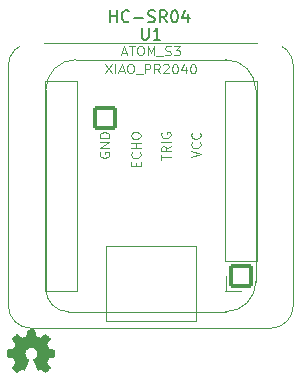
<source format=gto>
G04 #@! TF.GenerationSoftware,KiCad,Pcbnew,7.0.5*
G04 #@! TF.CreationDate,2023-12-03T19:54:15+09:00*
G04 #@! TF.ProjectId,Misawa_DistanceSensor,4d697361-7761-45f4-9469-7374616e6365,v1.0*
G04 #@! TF.SameCoordinates,Original*
G04 #@! TF.FileFunction,Legend,Top*
G04 #@! TF.FilePolarity,Positive*
%FSLAX46Y46*%
G04 Gerber Fmt 4.6, Leading zero omitted, Abs format (unit mm)*
G04 Created by KiCad (PCBNEW 7.0.5) date 2023-12-03 19:54:15*
%MOMM*%
%LPD*%
G01*
G04 APERTURE LIST*
G04 Aperture macros list*
%AMRoundRect*
0 Rectangle with rounded corners*
0 $1 Rounding radius*
0 $2 $3 $4 $5 $6 $7 $8 $9 X,Y pos of 4 corners*
0 Add a 4 corners polygon primitive as box body*
4,1,4,$2,$3,$4,$5,$6,$7,$8,$9,$2,$3,0*
0 Add four circle primitives for the rounded corners*
1,1,$1+$1,$2,$3*
1,1,$1+$1,$4,$5*
1,1,$1+$1,$6,$7*
1,1,$1+$1,$8,$9*
0 Add four rect primitives between the rounded corners*
20,1,$1+$1,$2,$3,$4,$5,0*
20,1,$1+$1,$4,$5,$6,$7,0*
20,1,$1+$1,$6,$7,$8,$9,0*
20,1,$1+$1,$8,$9,$2,$3,0*%
G04 Aperture macros list end*
%ADD10C,0.150000*%
%ADD11C,0.100000*%
%ADD12C,0.002540*%
%ADD13C,0.120000*%
%ADD14C,2.600000*%
%ADD15RoundRect,0.200000X-0.850000X-0.850000X0.850000X-0.850000X0.850000X0.850000X-0.850000X0.850000X0*%
%ADD16O,2.100000X2.100000*%
%ADD17RoundRect,0.200000X-0.850000X0.850000X-0.850000X-0.850000X0.850000X-0.850000X0.850000X0.850000X0*%
G04 APERTURE END LIST*
D10*
X113239667Y-97563819D02*
X113239667Y-96563819D01*
X113239667Y-97040009D02*
X113811095Y-97040009D01*
X113811095Y-97563819D02*
X113811095Y-96563819D01*
X114858714Y-97468580D02*
X114811095Y-97516200D01*
X114811095Y-97516200D02*
X114668238Y-97563819D01*
X114668238Y-97563819D02*
X114573000Y-97563819D01*
X114573000Y-97563819D02*
X114430143Y-97516200D01*
X114430143Y-97516200D02*
X114334905Y-97420961D01*
X114334905Y-97420961D02*
X114287286Y-97325723D01*
X114287286Y-97325723D02*
X114239667Y-97135247D01*
X114239667Y-97135247D02*
X114239667Y-96992390D01*
X114239667Y-96992390D02*
X114287286Y-96801914D01*
X114287286Y-96801914D02*
X114334905Y-96706676D01*
X114334905Y-96706676D02*
X114430143Y-96611438D01*
X114430143Y-96611438D02*
X114573000Y-96563819D01*
X114573000Y-96563819D02*
X114668238Y-96563819D01*
X114668238Y-96563819D02*
X114811095Y-96611438D01*
X114811095Y-96611438D02*
X114858714Y-96659057D01*
X115287286Y-97182866D02*
X116049191Y-97182866D01*
X116477762Y-97516200D02*
X116620619Y-97563819D01*
X116620619Y-97563819D02*
X116858714Y-97563819D01*
X116858714Y-97563819D02*
X116953952Y-97516200D01*
X116953952Y-97516200D02*
X117001571Y-97468580D01*
X117001571Y-97468580D02*
X117049190Y-97373342D01*
X117049190Y-97373342D02*
X117049190Y-97278104D01*
X117049190Y-97278104D02*
X117001571Y-97182866D01*
X117001571Y-97182866D02*
X116953952Y-97135247D01*
X116953952Y-97135247D02*
X116858714Y-97087628D01*
X116858714Y-97087628D02*
X116668238Y-97040009D01*
X116668238Y-97040009D02*
X116573000Y-96992390D01*
X116573000Y-96992390D02*
X116525381Y-96944771D01*
X116525381Y-96944771D02*
X116477762Y-96849533D01*
X116477762Y-96849533D02*
X116477762Y-96754295D01*
X116477762Y-96754295D02*
X116525381Y-96659057D01*
X116525381Y-96659057D02*
X116573000Y-96611438D01*
X116573000Y-96611438D02*
X116668238Y-96563819D01*
X116668238Y-96563819D02*
X116906333Y-96563819D01*
X116906333Y-96563819D02*
X117049190Y-96611438D01*
X118049190Y-97563819D02*
X117715857Y-97087628D01*
X117477762Y-97563819D02*
X117477762Y-96563819D01*
X117477762Y-96563819D02*
X117858714Y-96563819D01*
X117858714Y-96563819D02*
X117953952Y-96611438D01*
X117953952Y-96611438D02*
X118001571Y-96659057D01*
X118001571Y-96659057D02*
X118049190Y-96754295D01*
X118049190Y-96754295D02*
X118049190Y-96897152D01*
X118049190Y-96897152D02*
X118001571Y-96992390D01*
X118001571Y-96992390D02*
X117953952Y-97040009D01*
X117953952Y-97040009D02*
X117858714Y-97087628D01*
X117858714Y-97087628D02*
X117477762Y-97087628D01*
X118668238Y-96563819D02*
X118763476Y-96563819D01*
X118763476Y-96563819D02*
X118858714Y-96611438D01*
X118858714Y-96611438D02*
X118906333Y-96659057D01*
X118906333Y-96659057D02*
X118953952Y-96754295D01*
X118953952Y-96754295D02*
X119001571Y-96944771D01*
X119001571Y-96944771D02*
X119001571Y-97182866D01*
X119001571Y-97182866D02*
X118953952Y-97373342D01*
X118953952Y-97373342D02*
X118906333Y-97468580D01*
X118906333Y-97468580D02*
X118858714Y-97516200D01*
X118858714Y-97516200D02*
X118763476Y-97563819D01*
X118763476Y-97563819D02*
X118668238Y-97563819D01*
X118668238Y-97563819D02*
X118573000Y-97516200D01*
X118573000Y-97516200D02*
X118525381Y-97468580D01*
X118525381Y-97468580D02*
X118477762Y-97373342D01*
X118477762Y-97373342D02*
X118430143Y-97182866D01*
X118430143Y-97182866D02*
X118430143Y-96944771D01*
X118430143Y-96944771D02*
X118477762Y-96754295D01*
X118477762Y-96754295D02*
X118525381Y-96659057D01*
X118525381Y-96659057D02*
X118573000Y-96611438D01*
X118573000Y-96611438D02*
X118668238Y-96563819D01*
X119858714Y-96897152D02*
X119858714Y-97563819D01*
X119620619Y-96516200D02*
X119382524Y-97230485D01*
X119382524Y-97230485D02*
X120001571Y-97230485D01*
D11*
X115415847Y-109756734D02*
X115415847Y-109490068D01*
X115834895Y-109375782D02*
X115834895Y-109756734D01*
X115834895Y-109756734D02*
X115034895Y-109756734D01*
X115034895Y-109756734D02*
X115034895Y-109375782D01*
X115758704Y-108575781D02*
X115796800Y-108613877D01*
X115796800Y-108613877D02*
X115834895Y-108728162D01*
X115834895Y-108728162D02*
X115834895Y-108804353D01*
X115834895Y-108804353D02*
X115796800Y-108918639D01*
X115796800Y-108918639D02*
X115720609Y-108994829D01*
X115720609Y-108994829D02*
X115644419Y-109032924D01*
X115644419Y-109032924D02*
X115492038Y-109071020D01*
X115492038Y-109071020D02*
X115377752Y-109071020D01*
X115377752Y-109071020D02*
X115225371Y-109032924D01*
X115225371Y-109032924D02*
X115149180Y-108994829D01*
X115149180Y-108994829D02*
X115072990Y-108918639D01*
X115072990Y-108918639D02*
X115034895Y-108804353D01*
X115034895Y-108804353D02*
X115034895Y-108728162D01*
X115034895Y-108728162D02*
X115072990Y-108613877D01*
X115072990Y-108613877D02*
X115111085Y-108575781D01*
X115834895Y-108232924D02*
X115034895Y-108232924D01*
X115415847Y-108232924D02*
X115415847Y-107775781D01*
X115834895Y-107775781D02*
X115034895Y-107775781D01*
X115034895Y-107242448D02*
X115034895Y-107090067D01*
X115034895Y-107090067D02*
X115072990Y-107013877D01*
X115072990Y-107013877D02*
X115149180Y-106937686D01*
X115149180Y-106937686D02*
X115301561Y-106899591D01*
X115301561Y-106899591D02*
X115568228Y-106899591D01*
X115568228Y-106899591D02*
X115720609Y-106937686D01*
X115720609Y-106937686D02*
X115796800Y-107013877D01*
X115796800Y-107013877D02*
X115834895Y-107090067D01*
X115834895Y-107090067D02*
X115834895Y-107242448D01*
X115834895Y-107242448D02*
X115796800Y-107318639D01*
X115796800Y-107318639D02*
X115720609Y-107394829D01*
X115720609Y-107394829D02*
X115568228Y-107432925D01*
X115568228Y-107432925D02*
X115301561Y-107432925D01*
X115301561Y-107432925D02*
X115149180Y-107394829D01*
X115149180Y-107394829D02*
X115072990Y-107318639D01*
X115072990Y-107318639D02*
X115034895Y-107242448D01*
X112405990Y-108575687D02*
X112367895Y-108651877D01*
X112367895Y-108651877D02*
X112367895Y-108766163D01*
X112367895Y-108766163D02*
X112405990Y-108880449D01*
X112405990Y-108880449D02*
X112482180Y-108956639D01*
X112482180Y-108956639D02*
X112558371Y-108994734D01*
X112558371Y-108994734D02*
X112710752Y-109032830D01*
X112710752Y-109032830D02*
X112825038Y-109032830D01*
X112825038Y-109032830D02*
X112977419Y-108994734D01*
X112977419Y-108994734D02*
X113053609Y-108956639D01*
X113053609Y-108956639D02*
X113129800Y-108880449D01*
X113129800Y-108880449D02*
X113167895Y-108766163D01*
X113167895Y-108766163D02*
X113167895Y-108689972D01*
X113167895Y-108689972D02*
X113129800Y-108575687D01*
X113129800Y-108575687D02*
X113091704Y-108537591D01*
X113091704Y-108537591D02*
X112825038Y-108537591D01*
X112825038Y-108537591D02*
X112825038Y-108689972D01*
X113167895Y-108194734D02*
X112367895Y-108194734D01*
X112367895Y-108194734D02*
X113167895Y-107737591D01*
X113167895Y-107737591D02*
X112367895Y-107737591D01*
X113167895Y-107356639D02*
X112367895Y-107356639D01*
X112367895Y-107356639D02*
X112367895Y-107166163D01*
X112367895Y-107166163D02*
X112405990Y-107051877D01*
X112405990Y-107051877D02*
X112482180Y-106975687D01*
X112482180Y-106975687D02*
X112558371Y-106937592D01*
X112558371Y-106937592D02*
X112710752Y-106899496D01*
X112710752Y-106899496D02*
X112825038Y-106899496D01*
X112825038Y-106899496D02*
X112977419Y-106937592D01*
X112977419Y-106937592D02*
X113053609Y-106975687D01*
X113053609Y-106975687D02*
X113129800Y-107051877D01*
X113129800Y-107051877D02*
X113167895Y-107166163D01*
X113167895Y-107166163D02*
X113167895Y-107356639D01*
X120114895Y-108982020D02*
X120914895Y-108715353D01*
X120914895Y-108715353D02*
X120114895Y-108448687D01*
X120838704Y-107724877D02*
X120876800Y-107762973D01*
X120876800Y-107762973D02*
X120914895Y-107877258D01*
X120914895Y-107877258D02*
X120914895Y-107953449D01*
X120914895Y-107953449D02*
X120876800Y-108067735D01*
X120876800Y-108067735D02*
X120800609Y-108143925D01*
X120800609Y-108143925D02*
X120724419Y-108182020D01*
X120724419Y-108182020D02*
X120572038Y-108220116D01*
X120572038Y-108220116D02*
X120457752Y-108220116D01*
X120457752Y-108220116D02*
X120305371Y-108182020D01*
X120305371Y-108182020D02*
X120229180Y-108143925D01*
X120229180Y-108143925D02*
X120152990Y-108067735D01*
X120152990Y-108067735D02*
X120114895Y-107953449D01*
X120114895Y-107953449D02*
X120114895Y-107877258D01*
X120114895Y-107877258D02*
X120152990Y-107762973D01*
X120152990Y-107762973D02*
X120191085Y-107724877D01*
X120838704Y-106924877D02*
X120876800Y-106962973D01*
X120876800Y-106962973D02*
X120914895Y-107077258D01*
X120914895Y-107077258D02*
X120914895Y-107153449D01*
X120914895Y-107153449D02*
X120876800Y-107267735D01*
X120876800Y-107267735D02*
X120800609Y-107343925D01*
X120800609Y-107343925D02*
X120724419Y-107382020D01*
X120724419Y-107382020D02*
X120572038Y-107420116D01*
X120572038Y-107420116D02*
X120457752Y-107420116D01*
X120457752Y-107420116D02*
X120305371Y-107382020D01*
X120305371Y-107382020D02*
X120229180Y-107343925D01*
X120229180Y-107343925D02*
X120152990Y-107267735D01*
X120152990Y-107267735D02*
X120114895Y-107153449D01*
X120114895Y-107153449D02*
X120114895Y-107077258D01*
X120114895Y-107077258D02*
X120152990Y-106962973D01*
X120152990Y-106962973D02*
X120191085Y-106924877D01*
X117574895Y-109236020D02*
X117574895Y-108778877D01*
X118374895Y-109007449D02*
X117574895Y-109007449D01*
X118374895Y-108055067D02*
X117993942Y-108321734D01*
X118374895Y-108512210D02*
X117574895Y-108512210D01*
X117574895Y-108512210D02*
X117574895Y-108207448D01*
X117574895Y-108207448D02*
X117612990Y-108131258D01*
X117612990Y-108131258D02*
X117651085Y-108093163D01*
X117651085Y-108093163D02*
X117727276Y-108055067D01*
X117727276Y-108055067D02*
X117841561Y-108055067D01*
X117841561Y-108055067D02*
X117917752Y-108093163D01*
X117917752Y-108093163D02*
X117955847Y-108131258D01*
X117955847Y-108131258D02*
X117993942Y-108207448D01*
X117993942Y-108207448D02*
X117993942Y-108512210D01*
X118374895Y-107712210D02*
X117574895Y-107712210D01*
X117612990Y-106912211D02*
X117574895Y-106988401D01*
X117574895Y-106988401D02*
X117574895Y-107102687D01*
X117574895Y-107102687D02*
X117612990Y-107216973D01*
X117612990Y-107216973D02*
X117689180Y-107293163D01*
X117689180Y-107293163D02*
X117765371Y-107331258D01*
X117765371Y-107331258D02*
X117917752Y-107369354D01*
X117917752Y-107369354D02*
X118032038Y-107369354D01*
X118032038Y-107369354D02*
X118184419Y-107331258D01*
X118184419Y-107331258D02*
X118260609Y-107293163D01*
X118260609Y-107293163D02*
X118336800Y-107216973D01*
X118336800Y-107216973D02*
X118374895Y-107102687D01*
X118374895Y-107102687D02*
X118374895Y-107026496D01*
X118374895Y-107026496D02*
X118336800Y-106912211D01*
X118336800Y-106912211D02*
X118298704Y-106874115D01*
X118298704Y-106874115D02*
X118032038Y-106874115D01*
X118032038Y-106874115D02*
X118032038Y-107026496D01*
D10*
X115938095Y-98037819D02*
X115938095Y-98847342D01*
X115938095Y-98847342D02*
X115985714Y-98942580D01*
X115985714Y-98942580D02*
X116033333Y-98990200D01*
X116033333Y-98990200D02*
X116128571Y-99037819D01*
X116128571Y-99037819D02*
X116319047Y-99037819D01*
X116319047Y-99037819D02*
X116414285Y-98990200D01*
X116414285Y-98990200D02*
X116461904Y-98942580D01*
X116461904Y-98942580D02*
X116509523Y-98847342D01*
X116509523Y-98847342D02*
X116509523Y-98037819D01*
X117509523Y-99037819D02*
X116938095Y-99037819D01*
X117223809Y-99037819D02*
X117223809Y-98037819D01*
X117223809Y-98037819D02*
X117128571Y-98180676D01*
X117128571Y-98180676D02*
X117033333Y-98275914D01*
X117033333Y-98275914D02*
X116938095Y-98323533D01*
D11*
X112852380Y-101108895D02*
X113385714Y-101908895D01*
X113385714Y-101108895D02*
X112852380Y-101908895D01*
X113690476Y-101908895D02*
X113690476Y-101108895D01*
X114033332Y-101680323D02*
X114414285Y-101680323D01*
X113957142Y-101908895D02*
X114223809Y-101108895D01*
X114223809Y-101108895D02*
X114490475Y-101908895D01*
X114909523Y-101108895D02*
X115061904Y-101108895D01*
X115061904Y-101108895D02*
X115138094Y-101146990D01*
X115138094Y-101146990D02*
X115214285Y-101223180D01*
X115214285Y-101223180D02*
X115252380Y-101375561D01*
X115252380Y-101375561D02*
X115252380Y-101642228D01*
X115252380Y-101642228D02*
X115214285Y-101794609D01*
X115214285Y-101794609D02*
X115138094Y-101870800D01*
X115138094Y-101870800D02*
X115061904Y-101908895D01*
X115061904Y-101908895D02*
X114909523Y-101908895D01*
X114909523Y-101908895D02*
X114833332Y-101870800D01*
X114833332Y-101870800D02*
X114757142Y-101794609D01*
X114757142Y-101794609D02*
X114719046Y-101642228D01*
X114719046Y-101642228D02*
X114719046Y-101375561D01*
X114719046Y-101375561D02*
X114757142Y-101223180D01*
X114757142Y-101223180D02*
X114833332Y-101146990D01*
X114833332Y-101146990D02*
X114909523Y-101108895D01*
X115404761Y-101985085D02*
X116014284Y-101985085D01*
X116204761Y-101908895D02*
X116204761Y-101108895D01*
X116204761Y-101108895D02*
X116509523Y-101108895D01*
X116509523Y-101108895D02*
X116585713Y-101146990D01*
X116585713Y-101146990D02*
X116623808Y-101185085D01*
X116623808Y-101185085D02*
X116661904Y-101261276D01*
X116661904Y-101261276D02*
X116661904Y-101375561D01*
X116661904Y-101375561D02*
X116623808Y-101451752D01*
X116623808Y-101451752D02*
X116585713Y-101489847D01*
X116585713Y-101489847D02*
X116509523Y-101527942D01*
X116509523Y-101527942D02*
X116204761Y-101527942D01*
X117461904Y-101908895D02*
X117195237Y-101527942D01*
X117004761Y-101908895D02*
X117004761Y-101108895D01*
X117004761Y-101108895D02*
X117309523Y-101108895D01*
X117309523Y-101108895D02*
X117385713Y-101146990D01*
X117385713Y-101146990D02*
X117423808Y-101185085D01*
X117423808Y-101185085D02*
X117461904Y-101261276D01*
X117461904Y-101261276D02*
X117461904Y-101375561D01*
X117461904Y-101375561D02*
X117423808Y-101451752D01*
X117423808Y-101451752D02*
X117385713Y-101489847D01*
X117385713Y-101489847D02*
X117309523Y-101527942D01*
X117309523Y-101527942D02*
X117004761Y-101527942D01*
X117766665Y-101185085D02*
X117804761Y-101146990D01*
X117804761Y-101146990D02*
X117880951Y-101108895D01*
X117880951Y-101108895D02*
X118071427Y-101108895D01*
X118071427Y-101108895D02*
X118147618Y-101146990D01*
X118147618Y-101146990D02*
X118185713Y-101185085D01*
X118185713Y-101185085D02*
X118223808Y-101261276D01*
X118223808Y-101261276D02*
X118223808Y-101337466D01*
X118223808Y-101337466D02*
X118185713Y-101451752D01*
X118185713Y-101451752D02*
X117728570Y-101908895D01*
X117728570Y-101908895D02*
X118223808Y-101908895D01*
X118719047Y-101108895D02*
X118795237Y-101108895D01*
X118795237Y-101108895D02*
X118871428Y-101146990D01*
X118871428Y-101146990D02*
X118909523Y-101185085D01*
X118909523Y-101185085D02*
X118947618Y-101261276D01*
X118947618Y-101261276D02*
X118985713Y-101413657D01*
X118985713Y-101413657D02*
X118985713Y-101604133D01*
X118985713Y-101604133D02*
X118947618Y-101756514D01*
X118947618Y-101756514D02*
X118909523Y-101832704D01*
X118909523Y-101832704D02*
X118871428Y-101870800D01*
X118871428Y-101870800D02*
X118795237Y-101908895D01*
X118795237Y-101908895D02*
X118719047Y-101908895D01*
X118719047Y-101908895D02*
X118642856Y-101870800D01*
X118642856Y-101870800D02*
X118604761Y-101832704D01*
X118604761Y-101832704D02*
X118566666Y-101756514D01*
X118566666Y-101756514D02*
X118528570Y-101604133D01*
X118528570Y-101604133D02*
X118528570Y-101413657D01*
X118528570Y-101413657D02*
X118566666Y-101261276D01*
X118566666Y-101261276D02*
X118604761Y-101185085D01*
X118604761Y-101185085D02*
X118642856Y-101146990D01*
X118642856Y-101146990D02*
X118719047Y-101108895D01*
X119671428Y-101375561D02*
X119671428Y-101908895D01*
X119480952Y-101070800D02*
X119290475Y-101642228D01*
X119290475Y-101642228D02*
X119785714Y-101642228D01*
X120242857Y-101108895D02*
X120319047Y-101108895D01*
X120319047Y-101108895D02*
X120395238Y-101146990D01*
X120395238Y-101146990D02*
X120433333Y-101185085D01*
X120433333Y-101185085D02*
X120471428Y-101261276D01*
X120471428Y-101261276D02*
X120509523Y-101413657D01*
X120509523Y-101413657D02*
X120509523Y-101604133D01*
X120509523Y-101604133D02*
X120471428Y-101756514D01*
X120471428Y-101756514D02*
X120433333Y-101832704D01*
X120433333Y-101832704D02*
X120395238Y-101870800D01*
X120395238Y-101870800D02*
X120319047Y-101908895D01*
X120319047Y-101908895D02*
X120242857Y-101908895D01*
X120242857Y-101908895D02*
X120166666Y-101870800D01*
X120166666Y-101870800D02*
X120128571Y-101832704D01*
X120128571Y-101832704D02*
X120090476Y-101756514D01*
X120090476Y-101756514D02*
X120052380Y-101604133D01*
X120052380Y-101604133D02*
X120052380Y-101413657D01*
X120052380Y-101413657D02*
X120090476Y-101261276D01*
X120090476Y-101261276D02*
X120128571Y-101185085D01*
X120128571Y-101185085D02*
X120166666Y-101146990D01*
X120166666Y-101146990D02*
X120242857Y-101108895D01*
X114261904Y-100156323D02*
X114642857Y-100156323D01*
X114185714Y-100384895D02*
X114452381Y-99584895D01*
X114452381Y-99584895D02*
X114719047Y-100384895D01*
X114871428Y-99584895D02*
X115328571Y-99584895D01*
X115099999Y-100384895D02*
X115099999Y-99584895D01*
X115747619Y-99584895D02*
X115900000Y-99584895D01*
X115900000Y-99584895D02*
X115976190Y-99622990D01*
X115976190Y-99622990D02*
X116052381Y-99699180D01*
X116052381Y-99699180D02*
X116090476Y-99851561D01*
X116090476Y-99851561D02*
X116090476Y-100118228D01*
X116090476Y-100118228D02*
X116052381Y-100270609D01*
X116052381Y-100270609D02*
X115976190Y-100346800D01*
X115976190Y-100346800D02*
X115900000Y-100384895D01*
X115900000Y-100384895D02*
X115747619Y-100384895D01*
X115747619Y-100384895D02*
X115671428Y-100346800D01*
X115671428Y-100346800D02*
X115595238Y-100270609D01*
X115595238Y-100270609D02*
X115557142Y-100118228D01*
X115557142Y-100118228D02*
X115557142Y-99851561D01*
X115557142Y-99851561D02*
X115595238Y-99699180D01*
X115595238Y-99699180D02*
X115671428Y-99622990D01*
X115671428Y-99622990D02*
X115747619Y-99584895D01*
X116433333Y-100384895D02*
X116433333Y-99584895D01*
X116433333Y-99584895D02*
X116699999Y-100156323D01*
X116699999Y-100156323D02*
X116966666Y-99584895D01*
X116966666Y-99584895D02*
X116966666Y-100384895D01*
X117157143Y-100461085D02*
X117766666Y-100461085D01*
X117919047Y-100346800D02*
X118033333Y-100384895D01*
X118033333Y-100384895D02*
X118223809Y-100384895D01*
X118223809Y-100384895D02*
X118300000Y-100346800D01*
X118300000Y-100346800D02*
X118338095Y-100308704D01*
X118338095Y-100308704D02*
X118376190Y-100232514D01*
X118376190Y-100232514D02*
X118376190Y-100156323D01*
X118376190Y-100156323D02*
X118338095Y-100080133D01*
X118338095Y-100080133D02*
X118300000Y-100042038D01*
X118300000Y-100042038D02*
X118223809Y-100003942D01*
X118223809Y-100003942D02*
X118071428Y-99965847D01*
X118071428Y-99965847D02*
X117995238Y-99927752D01*
X117995238Y-99927752D02*
X117957143Y-99889657D01*
X117957143Y-99889657D02*
X117919047Y-99813466D01*
X117919047Y-99813466D02*
X117919047Y-99737276D01*
X117919047Y-99737276D02*
X117957143Y-99661085D01*
X117957143Y-99661085D02*
X117995238Y-99622990D01*
X117995238Y-99622990D02*
X118071428Y-99584895D01*
X118071428Y-99584895D02*
X118261905Y-99584895D01*
X118261905Y-99584895D02*
X118376190Y-99622990D01*
X118642857Y-99584895D02*
X119138095Y-99584895D01*
X119138095Y-99584895D02*
X118871429Y-99889657D01*
X118871429Y-99889657D02*
X118985714Y-99889657D01*
X118985714Y-99889657D02*
X119061905Y-99927752D01*
X119061905Y-99927752D02*
X119100000Y-99965847D01*
X119100000Y-99965847D02*
X119138095Y-100042038D01*
X119138095Y-100042038D02*
X119138095Y-100232514D01*
X119138095Y-100232514D02*
X119100000Y-100308704D01*
X119100000Y-100308704D02*
X119061905Y-100346800D01*
X119061905Y-100346800D02*
X118985714Y-100384895D01*
X118985714Y-100384895D02*
X118757143Y-100384895D01*
X118757143Y-100384895D02*
X118680952Y-100346800D01*
X118680952Y-100346800D02*
X118642857Y-100308704D01*
D12*
X106755900Y-123586760D02*
X106804160Y-123589300D01*
X106816860Y-123591840D01*
X106821940Y-123614700D01*
X106834640Y-123670580D01*
X106849880Y-123749320D01*
X106867660Y-123843300D01*
X106870200Y-123858540D01*
X106887980Y-123957600D01*
X106905760Y-124038880D01*
X106918460Y-124099840D01*
X106928620Y-124127780D01*
X106928620Y-124130320D01*
X106951480Y-124143020D01*
X107002280Y-124165880D01*
X107070860Y-124193820D01*
X107144520Y-124224300D01*
X107213100Y-124252240D01*
X107271520Y-124270020D01*
X107302000Y-124280180D01*
X107307080Y-124280180D01*
X107327400Y-124267480D01*
X107375660Y-124237000D01*
X107441700Y-124191280D01*
X107520440Y-124137940D01*
X107525520Y-124132860D01*
X107606800Y-124079520D01*
X107675380Y-124031260D01*
X107726180Y-123998240D01*
X107751580Y-123985540D01*
X107751580Y-123983000D01*
X107766820Y-123990620D01*
X107802380Y-124016020D01*
X107855720Y-124066820D01*
X107931920Y-124143020D01*
X107954780Y-124163340D01*
X108025900Y-124234460D01*
X108084320Y-124295420D01*
X108124960Y-124341140D01*
X108142740Y-124364000D01*
X108142740Y-124366540D01*
X108132580Y-124386860D01*
X108102100Y-124435120D01*
X108058920Y-124503700D01*
X108003040Y-124582440D01*
X108000500Y-124590060D01*
X107944620Y-124671340D01*
X107898900Y-124737380D01*
X107865880Y-124788180D01*
X107850640Y-124811040D01*
X107855720Y-124833900D01*
X107873500Y-124882160D01*
X107901440Y-124950740D01*
X107931920Y-125024400D01*
X107962400Y-125095520D01*
X107990340Y-125153940D01*
X108010660Y-125192040D01*
X108015740Y-125197120D01*
X108038600Y-125204740D01*
X108094480Y-125217440D01*
X108173220Y-125235220D01*
X108267200Y-125253000D01*
X108272280Y-125253000D01*
X108368800Y-125270780D01*
X108447540Y-125288560D01*
X108503420Y-125298720D01*
X108528820Y-125306340D01*
X108533900Y-125326660D01*
X108536440Y-125380000D01*
X108536440Y-125463820D01*
X108538980Y-125570500D01*
X108538980Y-125580660D01*
X108538980Y-125692420D01*
X108536440Y-125768620D01*
X108536440Y-125816880D01*
X108531360Y-125842280D01*
X108526280Y-125854980D01*
X108521200Y-125860060D01*
X108495800Y-125865140D01*
X108437380Y-125875300D01*
X108358640Y-125890540D01*
X108269740Y-125908320D01*
X108178300Y-125923560D01*
X108099560Y-125941340D01*
X108046220Y-125954040D01*
X108025900Y-125961660D01*
X108013200Y-125984520D01*
X107990340Y-126035320D01*
X107959860Y-126108980D01*
X107937000Y-126167400D01*
X107858260Y-126362980D01*
X108000500Y-126571260D01*
X108053840Y-126650000D01*
X108099560Y-126718580D01*
X108130040Y-126766840D01*
X108142740Y-126792240D01*
X108130040Y-126810020D01*
X108091940Y-126850660D01*
X108036060Y-126909080D01*
X107967480Y-126980200D01*
X107954780Y-126992900D01*
X107873500Y-127074180D01*
X107815080Y-127130060D01*
X107774440Y-127160540D01*
X107754120Y-127173240D01*
X107751580Y-127173240D01*
X107726180Y-127160540D01*
X107677920Y-127130060D01*
X107609340Y-127084340D01*
X107535680Y-127033540D01*
X107459480Y-126982740D01*
X107395980Y-126939560D01*
X107352800Y-126911620D01*
X107335020Y-126901460D01*
X107314700Y-126909080D01*
X107268980Y-126931940D01*
X107228340Y-126952260D01*
X107167380Y-126980200D01*
X107134360Y-126992900D01*
X107119120Y-126990360D01*
X107108960Y-126967500D01*
X107083560Y-126914160D01*
X107050540Y-126832880D01*
X107007360Y-126731280D01*
X106956560Y-126614440D01*
X106928620Y-126545860D01*
X106750820Y-126114060D01*
X106776220Y-126093740D01*
X106806700Y-126070880D01*
X106854960Y-126035320D01*
X106867660Y-126025160D01*
X106971800Y-125926100D01*
X107045460Y-125806720D01*
X107086100Y-125672100D01*
X107091180Y-125529860D01*
X107088640Y-125499380D01*
X107048000Y-125372380D01*
X106979420Y-125253000D01*
X106931160Y-125194580D01*
X106811780Y-125105680D01*
X106679700Y-125052340D01*
X106540000Y-125037100D01*
X106395220Y-125054880D01*
X106265680Y-125110760D01*
X106153920Y-125197120D01*
X106062480Y-125316500D01*
X106009140Y-125446040D01*
X105993900Y-125580660D01*
X106011680Y-125727980D01*
X106070100Y-125860060D01*
X106161540Y-125976900D01*
X106258060Y-126055640D01*
X106301240Y-126088660D01*
X106326640Y-126111520D01*
X106329180Y-126116600D01*
X106321560Y-126139460D01*
X106301240Y-126195340D01*
X106268220Y-126271540D01*
X106230120Y-126368060D01*
X106184400Y-126474740D01*
X106138680Y-126586500D01*
X106092960Y-126695720D01*
X106049780Y-126797320D01*
X106011680Y-126883680D01*
X105983740Y-126949720D01*
X105963420Y-126987820D01*
X105960880Y-126995440D01*
X105935480Y-126990360D01*
X105884680Y-126967500D01*
X105854200Y-126952260D01*
X105798320Y-126924320D01*
X105760220Y-126904000D01*
X105750060Y-126901460D01*
X105732280Y-126911620D01*
X105686560Y-126942100D01*
X105620520Y-126985280D01*
X105541780Y-127038620D01*
X105463040Y-127091960D01*
X105397000Y-127135140D01*
X105348740Y-127165620D01*
X105328420Y-127175780D01*
X105310640Y-127163080D01*
X105270000Y-127124980D01*
X105209040Y-127071640D01*
X105140460Y-127003060D01*
X105125220Y-126990360D01*
X105036320Y-126901460D01*
X104977900Y-126840500D01*
X104947420Y-126802400D01*
X104939800Y-126787160D01*
X104952500Y-126766840D01*
X104985520Y-126718580D01*
X105028700Y-126650000D01*
X105084580Y-126571260D01*
X105137920Y-126492520D01*
X105181100Y-126426480D01*
X105211580Y-126380760D01*
X105221740Y-126360440D01*
X105214120Y-126332500D01*
X105193800Y-126279160D01*
X105165860Y-126208040D01*
X105135380Y-126134380D01*
X105104900Y-126060720D01*
X105076960Y-125999760D01*
X105056640Y-125961660D01*
X105049020Y-125951500D01*
X105023620Y-125946420D01*
X104967740Y-125936260D01*
X104889000Y-125921020D01*
X104810260Y-125905780D01*
X104718820Y-125888000D01*
X104640080Y-125872760D01*
X104586740Y-125862600D01*
X104563880Y-125854980D01*
X104541020Y-125844820D01*
X104546100Y-125306340D01*
X104693420Y-125275860D01*
X104787400Y-125258080D01*
X104886460Y-125240300D01*
X104957580Y-125225060D01*
X105074420Y-125204740D01*
X105153160Y-125026940D01*
X105186180Y-124948200D01*
X105211580Y-124879620D01*
X105229360Y-124836440D01*
X105231900Y-124826280D01*
X105219200Y-124798340D01*
X105188720Y-124745000D01*
X105140460Y-124671340D01*
X105094740Y-124602760D01*
X105038860Y-124524020D01*
X104993140Y-124455440D01*
X104960120Y-124407180D01*
X104947420Y-124384320D01*
X104944880Y-124374160D01*
X104952500Y-124356380D01*
X104972820Y-124328440D01*
X105013460Y-124287800D01*
X105074420Y-124224300D01*
X105127760Y-124170960D01*
X105196340Y-124102380D01*
X105257300Y-124041420D01*
X105303020Y-124000780D01*
X105325880Y-123980460D01*
X105346200Y-123990620D01*
X105391920Y-124021100D01*
X105457960Y-124064280D01*
X105539240Y-124120160D01*
X105559560Y-124132860D01*
X105783080Y-124287800D01*
X105965960Y-124214140D01*
X106047240Y-124181120D01*
X106110740Y-124155720D01*
X106148840Y-124137940D01*
X106156460Y-124132860D01*
X106164080Y-124112540D01*
X106174240Y-124059200D01*
X106192020Y-123980460D01*
X106209800Y-123886480D01*
X106212340Y-123868700D01*
X106230120Y-123769640D01*
X106247900Y-123688360D01*
X106260600Y-123627400D01*
X106268220Y-123599460D01*
X106270760Y-123596920D01*
X106293620Y-123591840D01*
X106346960Y-123589300D01*
X106423160Y-123586760D01*
X106509520Y-123584220D01*
X106598420Y-123584220D01*
X106684780Y-123584220D01*
X106755900Y-123586760D01*
G36*
X106755900Y-123586760D02*
G01*
X106804160Y-123589300D01*
X106816860Y-123591840D01*
X106821940Y-123614700D01*
X106834640Y-123670580D01*
X106849880Y-123749320D01*
X106867660Y-123843300D01*
X106870200Y-123858540D01*
X106887980Y-123957600D01*
X106905760Y-124038880D01*
X106918460Y-124099840D01*
X106928620Y-124127780D01*
X106928620Y-124130320D01*
X106951480Y-124143020D01*
X107002280Y-124165880D01*
X107070860Y-124193820D01*
X107144520Y-124224300D01*
X107213100Y-124252240D01*
X107271520Y-124270020D01*
X107302000Y-124280180D01*
X107307080Y-124280180D01*
X107327400Y-124267480D01*
X107375660Y-124237000D01*
X107441700Y-124191280D01*
X107520440Y-124137940D01*
X107525520Y-124132860D01*
X107606800Y-124079520D01*
X107675380Y-124031260D01*
X107726180Y-123998240D01*
X107751580Y-123985540D01*
X107751580Y-123983000D01*
X107766820Y-123990620D01*
X107802380Y-124016020D01*
X107855720Y-124066820D01*
X107931920Y-124143020D01*
X107954780Y-124163340D01*
X108025900Y-124234460D01*
X108084320Y-124295420D01*
X108124960Y-124341140D01*
X108142740Y-124364000D01*
X108142740Y-124366540D01*
X108132580Y-124386860D01*
X108102100Y-124435120D01*
X108058920Y-124503700D01*
X108003040Y-124582440D01*
X108000500Y-124590060D01*
X107944620Y-124671340D01*
X107898900Y-124737380D01*
X107865880Y-124788180D01*
X107850640Y-124811040D01*
X107855720Y-124833900D01*
X107873500Y-124882160D01*
X107901440Y-124950740D01*
X107931920Y-125024400D01*
X107962400Y-125095520D01*
X107990340Y-125153940D01*
X108010660Y-125192040D01*
X108015740Y-125197120D01*
X108038600Y-125204740D01*
X108094480Y-125217440D01*
X108173220Y-125235220D01*
X108267200Y-125253000D01*
X108272280Y-125253000D01*
X108368800Y-125270780D01*
X108447540Y-125288560D01*
X108503420Y-125298720D01*
X108528820Y-125306340D01*
X108533900Y-125326660D01*
X108536440Y-125380000D01*
X108536440Y-125463820D01*
X108538980Y-125570500D01*
X108538980Y-125580660D01*
X108538980Y-125692420D01*
X108536440Y-125768620D01*
X108536440Y-125816880D01*
X108531360Y-125842280D01*
X108526280Y-125854980D01*
X108521200Y-125860060D01*
X108495800Y-125865140D01*
X108437380Y-125875300D01*
X108358640Y-125890540D01*
X108269740Y-125908320D01*
X108178300Y-125923560D01*
X108099560Y-125941340D01*
X108046220Y-125954040D01*
X108025900Y-125961660D01*
X108013200Y-125984520D01*
X107990340Y-126035320D01*
X107959860Y-126108980D01*
X107937000Y-126167400D01*
X107858260Y-126362980D01*
X108000500Y-126571260D01*
X108053840Y-126650000D01*
X108099560Y-126718580D01*
X108130040Y-126766840D01*
X108142740Y-126792240D01*
X108130040Y-126810020D01*
X108091940Y-126850660D01*
X108036060Y-126909080D01*
X107967480Y-126980200D01*
X107954780Y-126992900D01*
X107873500Y-127074180D01*
X107815080Y-127130060D01*
X107774440Y-127160540D01*
X107754120Y-127173240D01*
X107751580Y-127173240D01*
X107726180Y-127160540D01*
X107677920Y-127130060D01*
X107609340Y-127084340D01*
X107535680Y-127033540D01*
X107459480Y-126982740D01*
X107395980Y-126939560D01*
X107352800Y-126911620D01*
X107335020Y-126901460D01*
X107314700Y-126909080D01*
X107268980Y-126931940D01*
X107228340Y-126952260D01*
X107167380Y-126980200D01*
X107134360Y-126992900D01*
X107119120Y-126990360D01*
X107108960Y-126967500D01*
X107083560Y-126914160D01*
X107050540Y-126832880D01*
X107007360Y-126731280D01*
X106956560Y-126614440D01*
X106928620Y-126545860D01*
X106750820Y-126114060D01*
X106776220Y-126093740D01*
X106806700Y-126070880D01*
X106854960Y-126035320D01*
X106867660Y-126025160D01*
X106971800Y-125926100D01*
X107045460Y-125806720D01*
X107086100Y-125672100D01*
X107091180Y-125529860D01*
X107088640Y-125499380D01*
X107048000Y-125372380D01*
X106979420Y-125253000D01*
X106931160Y-125194580D01*
X106811780Y-125105680D01*
X106679700Y-125052340D01*
X106540000Y-125037100D01*
X106395220Y-125054880D01*
X106265680Y-125110760D01*
X106153920Y-125197120D01*
X106062480Y-125316500D01*
X106009140Y-125446040D01*
X105993900Y-125580660D01*
X106011680Y-125727980D01*
X106070100Y-125860060D01*
X106161540Y-125976900D01*
X106258060Y-126055640D01*
X106301240Y-126088660D01*
X106326640Y-126111520D01*
X106329180Y-126116600D01*
X106321560Y-126139460D01*
X106301240Y-126195340D01*
X106268220Y-126271540D01*
X106230120Y-126368060D01*
X106184400Y-126474740D01*
X106138680Y-126586500D01*
X106092960Y-126695720D01*
X106049780Y-126797320D01*
X106011680Y-126883680D01*
X105983740Y-126949720D01*
X105963420Y-126987820D01*
X105960880Y-126995440D01*
X105935480Y-126990360D01*
X105884680Y-126967500D01*
X105854200Y-126952260D01*
X105798320Y-126924320D01*
X105760220Y-126904000D01*
X105750060Y-126901460D01*
X105732280Y-126911620D01*
X105686560Y-126942100D01*
X105620520Y-126985280D01*
X105541780Y-127038620D01*
X105463040Y-127091960D01*
X105397000Y-127135140D01*
X105348740Y-127165620D01*
X105328420Y-127175780D01*
X105310640Y-127163080D01*
X105270000Y-127124980D01*
X105209040Y-127071640D01*
X105140460Y-127003060D01*
X105125220Y-126990360D01*
X105036320Y-126901460D01*
X104977900Y-126840500D01*
X104947420Y-126802400D01*
X104939800Y-126787160D01*
X104952500Y-126766840D01*
X104985520Y-126718580D01*
X105028700Y-126650000D01*
X105084580Y-126571260D01*
X105137920Y-126492520D01*
X105181100Y-126426480D01*
X105211580Y-126380760D01*
X105221740Y-126360440D01*
X105214120Y-126332500D01*
X105193800Y-126279160D01*
X105165860Y-126208040D01*
X105135380Y-126134380D01*
X105104900Y-126060720D01*
X105076960Y-125999760D01*
X105056640Y-125961660D01*
X105049020Y-125951500D01*
X105023620Y-125946420D01*
X104967740Y-125936260D01*
X104889000Y-125921020D01*
X104810260Y-125905780D01*
X104718820Y-125888000D01*
X104640080Y-125872760D01*
X104586740Y-125862600D01*
X104563880Y-125854980D01*
X104541020Y-125844820D01*
X104546100Y-125306340D01*
X104693420Y-125275860D01*
X104787400Y-125258080D01*
X104886460Y-125240300D01*
X104957580Y-125225060D01*
X105074420Y-125204740D01*
X105153160Y-125026940D01*
X105186180Y-124948200D01*
X105211580Y-124879620D01*
X105229360Y-124836440D01*
X105231900Y-124826280D01*
X105219200Y-124798340D01*
X105188720Y-124745000D01*
X105140460Y-124671340D01*
X105094740Y-124602760D01*
X105038860Y-124524020D01*
X104993140Y-124455440D01*
X104960120Y-124407180D01*
X104947420Y-124384320D01*
X104944880Y-124374160D01*
X104952500Y-124356380D01*
X104972820Y-124328440D01*
X105013460Y-124287800D01*
X105074420Y-124224300D01*
X105127760Y-124170960D01*
X105196340Y-124102380D01*
X105257300Y-124041420D01*
X105303020Y-124000780D01*
X105325880Y-123980460D01*
X105346200Y-123990620D01*
X105391920Y-124021100D01*
X105457960Y-124064280D01*
X105539240Y-124120160D01*
X105559560Y-124132860D01*
X105783080Y-124287800D01*
X105965960Y-124214140D01*
X106047240Y-124181120D01*
X106110740Y-124155720D01*
X106148840Y-124137940D01*
X106156460Y-124132860D01*
X106164080Y-124112540D01*
X106174240Y-124059200D01*
X106192020Y-123980460D01*
X106209800Y-123886480D01*
X106212340Y-123868700D01*
X106230120Y-123769640D01*
X106247900Y-123688360D01*
X106260600Y-123627400D01*
X106268220Y-123599460D01*
X106270760Y-123596920D01*
X106293620Y-123591840D01*
X106346960Y-123589300D01*
X106423160Y-123586760D01*
X106509520Y-123584220D01*
X106598420Y-123584220D01*
X106684780Y-123584220D01*
X106755900Y-123586760D01*
G37*
D11*
X104635000Y-121570000D02*
X104635000Y-101250000D01*
X106540000Y-99345000D02*
X126860000Y-99345000D01*
D13*
X107750000Y-102520000D02*
X107750000Y-120360000D01*
X107750000Y-102520000D02*
X110410000Y-102520000D01*
X107750000Y-120360000D02*
X110410000Y-120360000D01*
X107809999Y-103281999D02*
X107809999Y-120173000D01*
X109715000Y-122078001D02*
X123050000Y-122078000D01*
X110410000Y-102520000D02*
X110410000Y-120360000D01*
X122990000Y-102520000D02*
X122990000Y-117760000D01*
X122990000Y-102520000D02*
X125650000Y-102520000D01*
X122990000Y-117760000D02*
X125650000Y-117760000D01*
X123020000Y-120300000D02*
X124350000Y-120300000D01*
X123050000Y-100742000D02*
X110349999Y-100741999D01*
X123050000Y-120300000D02*
X123050000Y-119030000D01*
X125590000Y-103282000D02*
X125590000Y-119538000D01*
X125650000Y-102520000D02*
X125650000Y-117760000D01*
D11*
X126860000Y-123475000D02*
X106540000Y-123475000D01*
X128765000Y-101250000D02*
X128765000Y-121570000D01*
D13*
X112890000Y-116490000D02*
X120510000Y-116490000D01*
X120510000Y-116490000D02*
X120510000Y-122840000D01*
X120510000Y-122840000D02*
X112890000Y-122840000D01*
X112890000Y-122840000D02*
X112890000Y-116490000D01*
D11*
X106540000Y-99345000D02*
G75*
G03*
X104635000Y-101250000I1J-1905001D01*
G01*
X104635000Y-121570000D02*
G75*
G03*
X106540000Y-123475000I1905001J1D01*
G01*
X106540000Y-123475000D02*
G75*
G03*
X106540000Y-123475000I0J0D01*
G01*
D13*
X110349999Y-100741999D02*
G75*
G03*
X107809999Y-103281999I1J-2540001D01*
G01*
X107809999Y-120173000D02*
G75*
G03*
X109715000Y-122078001I1905001J0D01*
G01*
X125590000Y-103282000D02*
G75*
G03*
X123050000Y-100742000I-2540001J-1D01*
G01*
X123050000Y-122078000D02*
G75*
G03*
X125590000Y-119538000I-1J2540001D01*
G01*
D11*
X128765000Y-101250000D02*
G75*
G03*
X126860000Y-99345000I-1905000J0D01*
G01*
X126860000Y-123475000D02*
G75*
G03*
X128765000Y-121570000I0J1905000D01*
G01*
%LPC*%
D14*
X106540000Y-130460000D03*
X126860000Y-130460000D03*
X126860000Y-98710000D03*
X106540000Y-98710000D03*
D15*
X124320000Y-119030000D03*
D16*
X124320000Y-116490000D03*
X124320000Y-113950000D03*
X124320000Y-111410000D03*
X124320000Y-108870000D03*
X124320000Y-106330000D03*
X124320000Y-103790000D03*
X109080000Y-103790000D03*
X109080000Y-106330000D03*
X109080000Y-108870000D03*
X109080000Y-111410000D03*
X109080000Y-113950000D03*
X109080000Y-116490000D03*
X109080000Y-119030000D03*
D17*
X112850000Y-105650000D03*
D16*
X115390000Y-105650000D03*
X117930000Y-105650000D03*
X120470000Y-105650000D03*
%LPD*%
M02*

</source>
